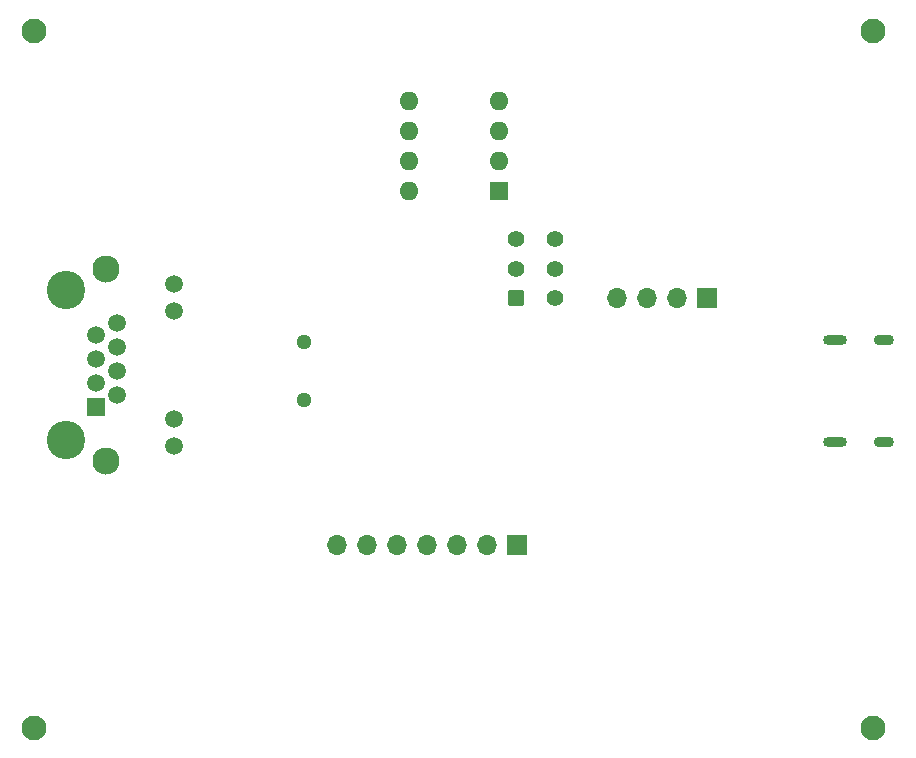
<source format=gbr>
%TF.GenerationSoftware,KiCad,Pcbnew,8.0.2*%
%TF.CreationDate,2024-05-08T19:58:53+03:00*%
%TF.ProjectId,deneme,64656e65-6d65-42e6-9b69-6361645f7063,rev?*%
%TF.SameCoordinates,Original*%
%TF.FileFunction,Soldermask,Bot*%
%TF.FilePolarity,Negative*%
%FSLAX46Y46*%
G04 Gerber Fmt 4.6, Leading zero omitted, Abs format (unit mm)*
G04 Created by KiCad (PCBNEW 8.0.2) date 2024-05-08 19:58:53*
%MOMM*%
%LPD*%
G01*
G04 APERTURE LIST*
G04 Aperture macros list*
%AMRoundRect*
0 Rectangle with rounded corners*
0 $1 Rounding radius*
0 $2 $3 $4 $5 $6 $7 $8 $9 X,Y pos of 4 corners*
0 Add a 4 corners polygon primitive as box body*
4,1,4,$2,$3,$4,$5,$6,$7,$8,$9,$2,$3,0*
0 Add four circle primitives for the rounded corners*
1,1,$1+$1,$2,$3*
1,1,$1+$1,$4,$5*
1,1,$1+$1,$6,$7*
1,1,$1+$1,$8,$9*
0 Add four rect primitives between the rounded corners*
20,1,$1+$1,$2,$3,$4,$5,0*
20,1,$1+$1,$4,$5,$6,$7,0*
20,1,$1+$1,$6,$7,$8,$9,0*
20,1,$1+$1,$8,$9,$2,$3,0*%
G04 Aperture macros list end*
%ADD10R,1.700000X1.700000*%
%ADD11O,1.700000X1.700000*%
%ADD12C,3.250000*%
%ADD13R,1.500000X1.500000*%
%ADD14C,1.500000*%
%ADD15C,2.300000*%
%ADD16C,2.100000*%
%ADD17R,1.600000X1.600000*%
%ADD18O,1.600000X1.600000*%
%ADD19O,2.000000X0.900000*%
%ADD20O,1.700000X0.900000*%
%ADD21C,1.284000*%
%ADD22RoundRect,0.250000X0.450000X-0.450000X0.450000X0.450000X-0.450000X0.450000X-0.450000X-0.450000X0*%
%ADD23C,1.400000*%
G04 APERTURE END LIST*
D10*
%TO.C,J2*%
X190000000Y-65595000D03*
D11*
X187460000Y-65595000D03*
X184920000Y-65595000D03*
X182380000Y-65595000D03*
%TD*%
D12*
%TO.C,J4*%
X135680000Y-77638000D03*
X135680000Y-64938000D03*
D13*
X138220000Y-74848000D03*
D14*
X140000000Y-73832000D03*
X138220000Y-72816000D03*
X140000000Y-71800000D03*
X138220000Y-70784000D03*
X140000000Y-69768000D03*
X138220000Y-68752000D03*
X140000000Y-67736000D03*
X144820000Y-78148000D03*
X144820000Y-75858000D03*
X144820000Y-66718000D03*
X144820000Y-64428000D03*
D15*
X139110000Y-79418000D03*
X139110000Y-63158000D03*
%TD*%
D16*
%TO.C,H1*%
X204000000Y-102000000D03*
%TD*%
D10*
%TO.C,J3*%
X173890000Y-86550000D03*
D11*
X171350000Y-86550000D03*
X168810000Y-86550000D03*
X166270000Y-86550000D03*
X163730000Y-86550000D03*
X161190000Y-86550000D03*
X158650000Y-86550000D03*
%TD*%
D17*
%TO.C,U6*%
X172320000Y-56595000D03*
D18*
X172320000Y-54055000D03*
X172320000Y-51515000D03*
X172320000Y-48975000D03*
X164700000Y-48975000D03*
X164700000Y-51515000D03*
X164700000Y-54055000D03*
X164700000Y-56595000D03*
%TD*%
D19*
%TO.C,J1*%
X200770000Y-77820000D03*
D20*
X204940000Y-77820000D03*
D19*
X200770000Y-69180000D03*
D20*
X204940000Y-69180000D03*
%TD*%
D16*
%TO.C,H1*%
X133000000Y-43000000D03*
%TD*%
D21*
%TO.C,Y2*%
X155850000Y-74250000D03*
X155850000Y-69370000D03*
%TD*%
D16*
%TO.C,H1*%
X204000000Y-43000000D03*
%TD*%
%TO.C,H1*%
X133000000Y-102000000D03*
%TD*%
D22*
%TO.C,SW1*%
X173830000Y-65645000D03*
D23*
X173830000Y-63145000D03*
X173830000Y-60645000D03*
X177130000Y-60645000D03*
X177130000Y-63145000D03*
X177130000Y-65645000D03*
%TD*%
M02*

</source>
